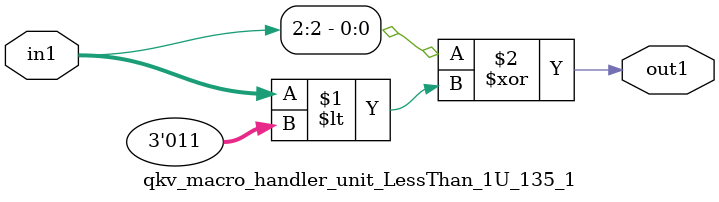
<source format=v>

`timescale 1ps / 1ps


module qkv_macro_handler_unit_LessThan_1U_135_1( in1, out1 );

    input [2:0] in1;
    output out1;

    
    // rtl_process:qkv_macro_handler_unit_LessThan_1U_135_1/qkv_macro_handler_unit_LessThan_1U_135_1_thread_1
    assign out1 = (in1[2] ^ in1 < 3'd3);

endmodule


</source>
